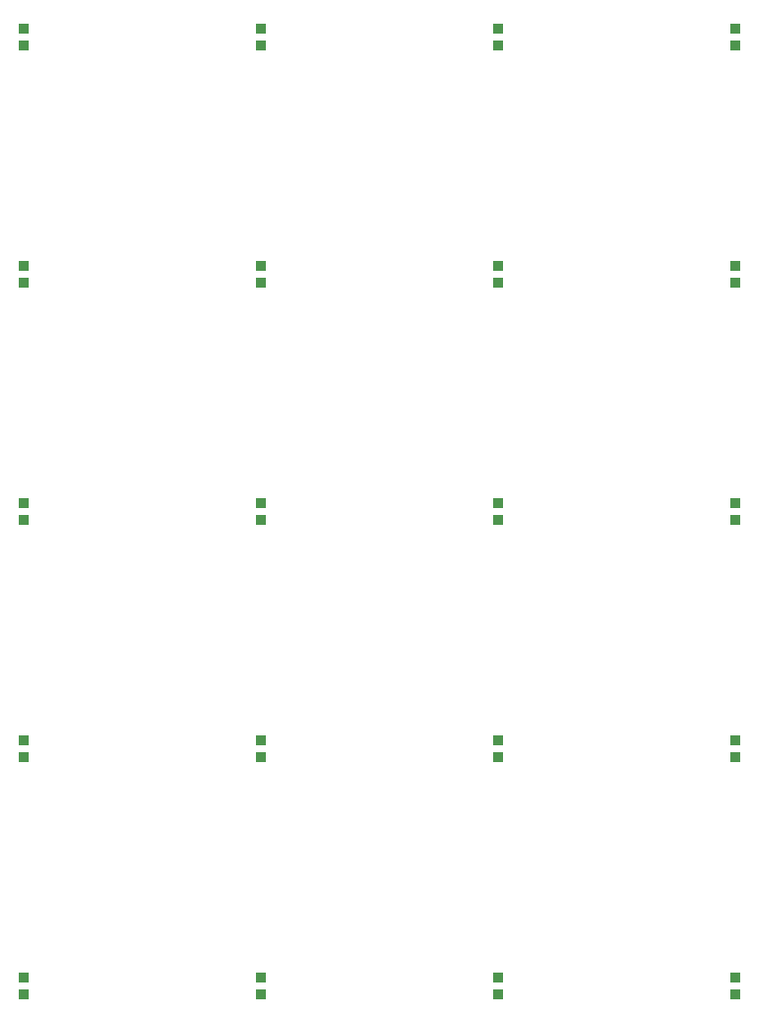
<source format=gbp>
%FSLAX25Y25*%
%MOIN*%
G70*
G01*
G75*
G04 Layer_Color=128*
%ADD10C,0.03937*%
%ADD11R,0.03600X0.03600*%
%ADD12R,0.01969X0.01575*%
%ADD13R,0.02756X0.03543*%
%ADD14R,0.19685X0.13780*%
%ADD15C,0.01000*%
%ADD16C,0.05906*%
%ADD17R,0.05906X0.05906*%
%ADD18C,0.03000*%
%ADD19C,0.00600*%
%ADD20C,0.00787*%
%ADD21C,0.04737*%
%ADD22R,0.04400X0.04400*%
%ADD23R,0.02769X0.02375*%
%ADD24R,0.03556X0.04343*%
%ADD25R,0.20485X0.14579*%
%ADD26C,0.00800*%
%ADD27C,0.06706*%
%ADD28R,0.06706X0.06706*%
D11*
X95713Y76213D02*
D03*
Y81713D02*
D03*
X175713Y76213D02*
D03*
Y81713D02*
D03*
X255713Y76213D02*
D03*
Y81713D02*
D03*
X335713Y76213D02*
D03*
Y81713D02*
D03*
X95713Y156213D02*
D03*
Y161713D02*
D03*
X175713Y156213D02*
D03*
Y161713D02*
D03*
X255713Y156213D02*
D03*
Y161713D02*
D03*
X335713Y156213D02*
D03*
Y161713D02*
D03*
X95713Y236213D02*
D03*
Y241713D02*
D03*
X175713Y236213D02*
D03*
Y241713D02*
D03*
X255713Y236213D02*
D03*
Y241713D02*
D03*
X335713Y236213D02*
D03*
Y241713D02*
D03*
X95713Y316213D02*
D03*
Y321713D02*
D03*
X175713Y316213D02*
D03*
Y321713D02*
D03*
X255713Y316213D02*
D03*
Y321713D02*
D03*
X335713Y316213D02*
D03*
Y321713D02*
D03*
X95713Y396213D02*
D03*
Y401713D02*
D03*
X175713Y396213D02*
D03*
Y401713D02*
D03*
X255713Y396213D02*
D03*
Y401713D02*
D03*
X335713Y396213D02*
D03*
Y401713D02*
D03*
M02*

</source>
